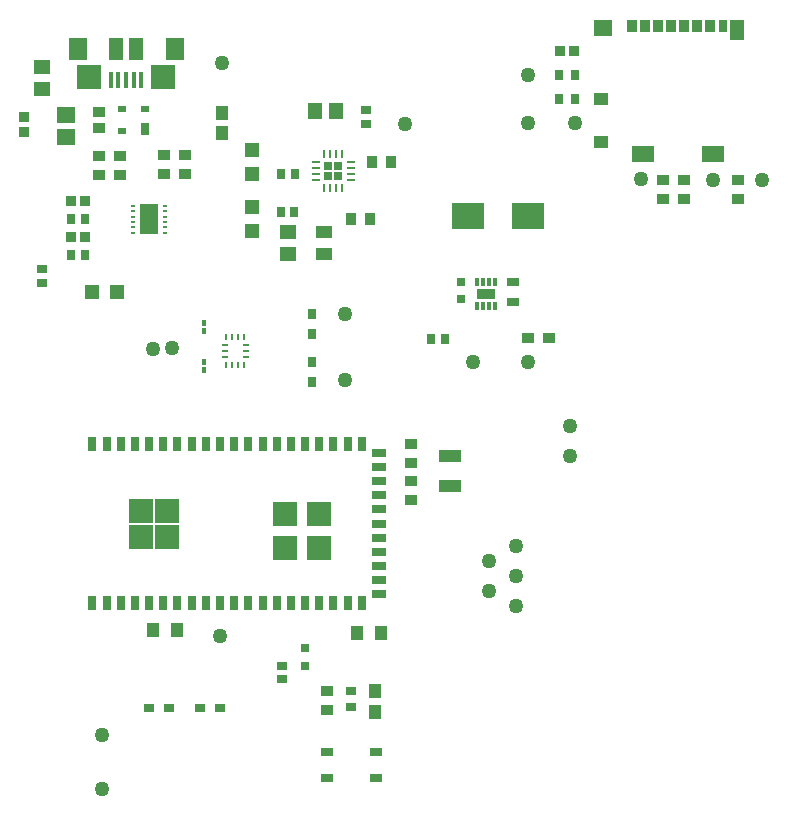
<source format=gtp>
G04*
G04 #@! TF.GenerationSoftware,Altium Limited,Altium Designer,21.6.1 (37)*
G04*
G04 Layer_Color=8421504*
%FSLAX25Y25*%
%MOIN*%
G70*
G04*
G04 #@! TF.SameCoordinates,F314E1FC-B3FF-4399-9B4D-0056A2093317*
G04*
G04*
G04 #@! TF.FilePolarity,Positive*
G04*
G01*
G75*
%ADD18R,0.02756X0.02756*%
%ADD19R,0.02756X0.02756*%
%ADD20R,0.02756X0.04724*%
%ADD21R,0.04724X0.02756*%
%ADD22R,0.07874X0.07874*%
%ADD23R,0.04606X0.07087*%
%ADD24R,0.02953X0.04331*%
%ADD25R,0.03347X0.04331*%
%ADD26R,0.06102X0.05315*%
%ADD27R,0.04724X0.03937*%
%ADD28R,0.07480X0.05315*%
%ADD29C,0.05000*%
%ADD30R,0.06299X0.03543*%
%ADD31R,0.10630X0.08661*%
%ADD32R,0.03150X0.03150*%
%ADD33R,0.03937X0.03543*%
%ADD34R,0.07480X0.04331*%
%ADD35R,0.00984X0.01870*%
%ADD36R,0.01870X0.00984*%
%ADD37R,0.03347X0.02756*%
%ADD38R,0.03543X0.03347*%
%ADD39R,0.04134X0.02559*%
%ADD40R,0.01822X0.02182*%
%ADD41R,0.04724X0.04724*%
%ADD42R,0.03543X0.03937*%
%ADD43R,0.04528X0.05709*%
%ADD44R,0.04331X0.04921*%
%ADD45R,0.02756X0.03347*%
G04:AMPARAMS|DCode=46|XSize=29.13mil|YSize=11.02mil|CornerRadius=1.38mil|HoleSize=0mil|Usage=FLASHONLY|Rotation=90.000|XOffset=0mil|YOffset=0mil|HoleType=Round|Shape=RoundedRectangle|*
%AMROUNDEDRECTD46*
21,1,0.02913,0.00827,0,0,90.0*
21,1,0.02638,0.01102,0,0,90.0*
1,1,0.00276,0.00413,0.01319*
1,1,0.00276,0.00413,-0.01319*
1,1,0.00276,-0.00413,-0.01319*
1,1,0.00276,-0.00413,0.01319*
%
%ADD46ROUNDEDRECTD46*%
%ADD47R,0.03543X0.03150*%
%ADD48R,0.03347X0.02953*%
%ADD49R,0.03150X0.03543*%
%ADD50R,0.02756X0.02756*%
%ADD51R,0.03347X0.03543*%
%ADD52R,0.02953X0.03347*%
%ADD53R,0.01575X0.00984*%
%ADD54R,0.06299X0.09843*%
%ADD55R,0.05512X0.04134*%
%ADD56R,0.05709X0.04528*%
%ADD57O,0.00906X0.03150*%
%ADD58O,0.03150X0.00906*%
%ADD59R,0.04724X0.04724*%
%ADD60R,0.03937X0.04921*%
%ADD61R,0.06127X0.05728*%
%ADD62R,0.02756X0.02362*%
%ADD63R,0.02756X0.03937*%
%ADD64R,0.01575X0.05315*%
%ADD65R,0.08268X0.07874*%
%ADD66R,0.06299X0.07480*%
%ADD67R,0.04724X0.07480*%
G36*
X169008Y180102D02*
Y177898D01*
X164992D01*
Y180102D01*
X169008D01*
D02*
G37*
D18*
X117772Y221772D02*
D03*
X114228Y218228D02*
D03*
D19*
X114228Y221772D02*
D03*
X117772Y218228D02*
D03*
D20*
X35781Y76122D02*
D03*
X40506D02*
D03*
X45230D02*
D03*
X49955D02*
D03*
X54679D02*
D03*
X59404D02*
D03*
X64128D02*
D03*
X68852D02*
D03*
X73577D02*
D03*
X78301D02*
D03*
X83026D02*
D03*
X87750D02*
D03*
X92474D02*
D03*
X97199D02*
D03*
X101923D02*
D03*
X106648D02*
D03*
X111372D02*
D03*
X116096D02*
D03*
X120821D02*
D03*
X125545D02*
D03*
Y128878D02*
D03*
X120821D02*
D03*
X116096D02*
D03*
X111372D02*
D03*
X106648D02*
D03*
X101923D02*
D03*
X97199D02*
D03*
X92474D02*
D03*
X87750D02*
D03*
X83026D02*
D03*
X78301D02*
D03*
X73577D02*
D03*
X68852D02*
D03*
X64128D02*
D03*
X59404D02*
D03*
X54679D02*
D03*
X49955D02*
D03*
X45230D02*
D03*
X40506D02*
D03*
X35781D02*
D03*
D21*
X131219Y78862D02*
D03*
Y88311D02*
D03*
Y93035D02*
D03*
Y97760D02*
D03*
Y102484D02*
D03*
Y107209D02*
D03*
Y111933D02*
D03*
Y116657D02*
D03*
Y121382D02*
D03*
Y126106D02*
D03*
Y83587D02*
D03*
D22*
X111317Y94290D02*
D03*
X100077D02*
D03*
X111317Y105802D02*
D03*
X100077D02*
D03*
X60557Y98022D02*
D03*
X51825D02*
D03*
X60557Y106613D02*
D03*
X51825D02*
D03*
D23*
X250628Y266931D02*
D03*
D24*
X245864Y268309D02*
D03*
D25*
X241730D02*
D03*
X237400D02*
D03*
X233069D02*
D03*
X228738D02*
D03*
X224408D02*
D03*
X220077D02*
D03*
X215746D02*
D03*
D26*
X206061Y267817D02*
D03*
D27*
X205372Y229530D02*
D03*
Y244096D02*
D03*
D28*
X219152Y225691D02*
D03*
X242655D02*
D03*
D29*
X120000Y172500D02*
D03*
X177000Y95000D02*
D03*
X168000Y80000D02*
D03*
Y90000D02*
D03*
X259000Y217000D02*
D03*
X79000Y256000D02*
D03*
X218500Y217500D02*
D03*
X177000Y85000D02*
D03*
Y75000D02*
D03*
X120000Y150300D02*
D03*
X78300Y65000D02*
D03*
X140000Y235800D02*
D03*
X39000Y32000D02*
D03*
Y14000D02*
D03*
X162500Y156500D02*
D03*
X181000D02*
D03*
X195000Y125000D02*
D03*
Y135000D02*
D03*
X62300Y160900D02*
D03*
X56000Y160805D02*
D03*
X181000Y236000D02*
D03*
Y252000D02*
D03*
X242500Y217000D02*
D03*
X196500Y236000D02*
D03*
D30*
X167000Y179000D02*
D03*
D31*
X160961Y205000D02*
D03*
X181039D02*
D03*
D32*
X106600Y60953D02*
D03*
Y55047D02*
D03*
D33*
X188043Y164500D02*
D03*
X180957D02*
D03*
X251000Y210850D02*
D03*
Y217150D02*
D03*
X233000Y210850D02*
D03*
Y217150D02*
D03*
X226000Y210850D02*
D03*
Y217150D02*
D03*
X114000Y40350D02*
D03*
Y46650D02*
D03*
X45000Y225150D02*
D03*
Y218850D02*
D03*
X38000Y225150D02*
D03*
Y218850D02*
D03*
X66800Y225200D02*
D03*
Y218901D02*
D03*
X59800Y225200D02*
D03*
Y218901D02*
D03*
X142000Y122850D02*
D03*
Y129150D02*
D03*
X142100Y116650D02*
D03*
Y110350D02*
D03*
X38000Y239657D02*
D03*
Y234343D02*
D03*
D34*
X155000Y124921D02*
D03*
Y115079D02*
D03*
D35*
X86353Y155423D02*
D03*
X84384D02*
D03*
X82416D02*
D03*
X80447D02*
D03*
Y164577D02*
D03*
X82416D02*
D03*
X84384D02*
D03*
X86353D02*
D03*
D36*
X79808Y160000D02*
D03*
X86993D02*
D03*
X86994Y158031D02*
D03*
X79808D02*
D03*
Y161969D02*
D03*
X86993D02*
D03*
D37*
X99000Y50536D02*
D03*
Y55064D02*
D03*
X127000Y240264D02*
D03*
Y235736D02*
D03*
X19000Y187264D02*
D03*
Y182736D02*
D03*
D38*
X13000Y233138D02*
D03*
Y237862D02*
D03*
D39*
X130169Y26232D02*
D03*
X113831D02*
D03*
Y17768D02*
D03*
X130169D02*
D03*
X176000Y176307D02*
D03*
Y183000D02*
D03*
D40*
X73000Y156395D02*
D03*
Y153605D02*
D03*
Y169395D02*
D03*
Y166605D02*
D03*
D41*
X89000Y199866D02*
D03*
Y208134D02*
D03*
Y218866D02*
D03*
Y227134D02*
D03*
D42*
X135150Y223000D02*
D03*
X128850D02*
D03*
X128150Y204000D02*
D03*
X121850D02*
D03*
D43*
X110000Y240000D02*
D03*
X117087D02*
D03*
D44*
X79000Y232653D02*
D03*
Y239347D02*
D03*
X130000Y39854D02*
D03*
Y46546D02*
D03*
D45*
X148736Y164000D02*
D03*
X153264D02*
D03*
X33264Y204000D02*
D03*
X28736D02*
D03*
X98572Y206400D02*
D03*
X103100D02*
D03*
X98736Y219000D02*
D03*
X103264D02*
D03*
X28736Y192000D02*
D03*
X33264D02*
D03*
D46*
X164047Y182878D02*
D03*
X166016D02*
D03*
X167984D02*
D03*
X169953D02*
D03*
Y175122D02*
D03*
X167984D02*
D03*
X166016D02*
D03*
X164047D02*
D03*
D47*
X54654Y41000D02*
D03*
X61347D02*
D03*
X78347D02*
D03*
X71653D02*
D03*
D48*
X122000Y41441D02*
D03*
Y46559D02*
D03*
D49*
X109000Y172346D02*
D03*
Y165654D02*
D03*
Y149653D02*
D03*
Y156346D02*
D03*
D50*
X158500Y183000D02*
D03*
Y177488D02*
D03*
D51*
X196362Y260000D02*
D03*
X191638D02*
D03*
X28638Y210000D02*
D03*
X33362D02*
D03*
X28638Y198000D02*
D03*
X33362D02*
D03*
D52*
X191441Y252000D02*
D03*
X196559D02*
D03*
X191441Y244000D02*
D03*
X196559D02*
D03*
D53*
X49285Y208329D02*
D03*
Y206557D02*
D03*
Y204786D02*
D03*
Y203014D02*
D03*
Y201242D02*
D03*
Y199471D02*
D03*
X59915D02*
D03*
Y201242D02*
D03*
Y203014D02*
D03*
Y204786D02*
D03*
Y206557D02*
D03*
Y208329D02*
D03*
D54*
X54600Y203900D02*
D03*
D55*
X113000Y199740D02*
D03*
Y192260D02*
D03*
D56*
X101000Y199543D02*
D03*
Y192457D02*
D03*
X19000Y247457D02*
D03*
Y254543D02*
D03*
D57*
X118953Y225807D02*
D03*
X116984D02*
D03*
X115016D02*
D03*
X113047D02*
D03*
Y214193D02*
D03*
X115016D02*
D03*
X116984D02*
D03*
X118953D02*
D03*
D58*
X110193Y222953D02*
D03*
Y220984D02*
D03*
Y219016D02*
D03*
Y217047D02*
D03*
X121807D02*
D03*
Y219016D02*
D03*
Y220984D02*
D03*
Y222953D02*
D03*
D59*
X43843Y179642D02*
D03*
X35575D02*
D03*
D60*
X63937Y67000D02*
D03*
X56063D02*
D03*
X131937Y66000D02*
D03*
X124063D02*
D03*
D61*
X27000Y231356D02*
D03*
Y238644D02*
D03*
D62*
X45563Y233260D02*
D03*
Y240740D02*
D03*
X53437D02*
D03*
D63*
Y234047D02*
D03*
D64*
X41882Y250234D02*
D03*
X44441D02*
D03*
X47000D02*
D03*
X49559D02*
D03*
X52118D02*
D03*
D65*
X34795Y251514D02*
D03*
X59205D02*
D03*
D66*
X30858Y260766D02*
D03*
X63142D02*
D03*
D67*
X43654D02*
D03*
X50346D02*
D03*
M02*

</source>
